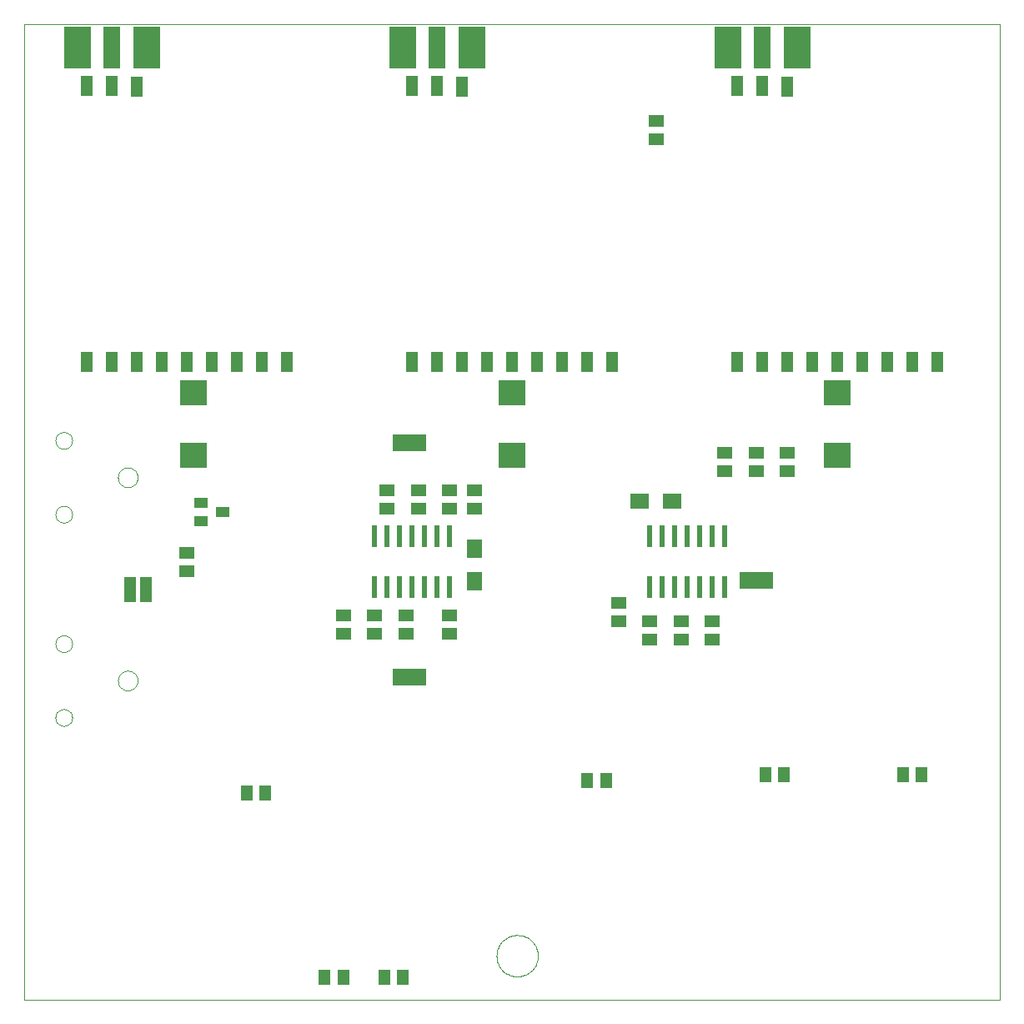
<source format=gtp>
G75*
%MOIN*%
%OFA0B0*%
%FSLAX24Y24*%
%IPPOS*%
%LPD*%
%AMOC8*
5,1,8,0,0,1.08239X$1,22.5*
%
%ADD10C,0.0000*%
%ADD11R,0.0236X0.0866*%
%ADD12R,0.0630X0.0748*%
%ADD13R,0.0630X0.0512*%
%ADD14R,0.1063X0.1004*%
%ADD15R,0.0512X0.0630*%
%ADD16R,0.0748X0.0630*%
%ADD17R,0.0512X0.0787*%
%ADD18R,0.1350X0.0700*%
%ADD19R,0.0700X0.1650*%
%ADD20R,0.1050X0.1650*%
%ADD21R,0.0500X0.1000*%
%ADD22R,0.0591X0.0512*%
%ADD23R,0.0512X0.0591*%
%ADD24R,0.0551X0.0394*%
D10*
X003644Y000150D02*
X003644Y039150D01*
X042644Y039150D01*
X042644Y000150D01*
X003644Y000150D01*
X004884Y011424D02*
X004886Y011460D01*
X004892Y011496D01*
X004902Y011531D01*
X004915Y011565D01*
X004932Y011597D01*
X004952Y011627D01*
X004976Y011654D01*
X005002Y011679D01*
X005031Y011701D01*
X005062Y011720D01*
X005095Y011735D01*
X005129Y011747D01*
X005165Y011755D01*
X005201Y011759D01*
X005237Y011759D01*
X005273Y011755D01*
X005309Y011747D01*
X005343Y011735D01*
X005376Y011720D01*
X005407Y011701D01*
X005436Y011679D01*
X005462Y011654D01*
X005486Y011627D01*
X005506Y011597D01*
X005523Y011565D01*
X005536Y011531D01*
X005546Y011496D01*
X005552Y011460D01*
X005554Y011424D01*
X005552Y011388D01*
X005546Y011352D01*
X005536Y011317D01*
X005523Y011283D01*
X005506Y011251D01*
X005486Y011221D01*
X005462Y011194D01*
X005436Y011169D01*
X005407Y011147D01*
X005376Y011128D01*
X005343Y011113D01*
X005309Y011101D01*
X005273Y011093D01*
X005237Y011089D01*
X005201Y011089D01*
X005165Y011093D01*
X005129Y011101D01*
X005095Y011113D01*
X005062Y011128D01*
X005031Y011147D01*
X005002Y011169D01*
X004976Y011194D01*
X004952Y011221D01*
X004932Y011251D01*
X004915Y011283D01*
X004902Y011317D01*
X004892Y011352D01*
X004886Y011388D01*
X004884Y011424D01*
X007384Y012900D02*
X007386Y012939D01*
X007392Y012978D01*
X007402Y013016D01*
X007415Y013053D01*
X007432Y013088D01*
X007452Y013122D01*
X007476Y013153D01*
X007503Y013182D01*
X007532Y013208D01*
X007564Y013231D01*
X007598Y013251D01*
X007634Y013267D01*
X007671Y013279D01*
X007710Y013288D01*
X007749Y013293D01*
X007788Y013294D01*
X007827Y013291D01*
X007866Y013284D01*
X007903Y013273D01*
X007940Y013259D01*
X007975Y013241D01*
X008008Y013220D01*
X008039Y013195D01*
X008067Y013168D01*
X008092Y013138D01*
X008114Y013105D01*
X008133Y013071D01*
X008148Y013035D01*
X008160Y012997D01*
X008168Y012959D01*
X008172Y012920D01*
X008172Y012880D01*
X008168Y012841D01*
X008160Y012803D01*
X008148Y012765D01*
X008133Y012729D01*
X008114Y012695D01*
X008092Y012662D01*
X008067Y012632D01*
X008039Y012605D01*
X008008Y012580D01*
X007975Y012559D01*
X007940Y012541D01*
X007903Y012527D01*
X007866Y012516D01*
X007827Y012509D01*
X007788Y012506D01*
X007749Y012507D01*
X007710Y012512D01*
X007671Y012521D01*
X007634Y012533D01*
X007598Y012549D01*
X007564Y012569D01*
X007532Y012592D01*
X007503Y012618D01*
X007476Y012647D01*
X007452Y012678D01*
X007432Y012712D01*
X007415Y012747D01*
X007402Y012784D01*
X007392Y012822D01*
X007386Y012861D01*
X007384Y012900D01*
X004884Y014376D02*
X004886Y014412D01*
X004892Y014448D01*
X004902Y014483D01*
X004915Y014517D01*
X004932Y014549D01*
X004952Y014579D01*
X004976Y014606D01*
X005002Y014631D01*
X005031Y014653D01*
X005062Y014672D01*
X005095Y014687D01*
X005129Y014699D01*
X005165Y014707D01*
X005201Y014711D01*
X005237Y014711D01*
X005273Y014707D01*
X005309Y014699D01*
X005343Y014687D01*
X005376Y014672D01*
X005407Y014653D01*
X005436Y014631D01*
X005462Y014606D01*
X005486Y014579D01*
X005506Y014549D01*
X005523Y014517D01*
X005536Y014483D01*
X005546Y014448D01*
X005552Y014412D01*
X005554Y014376D01*
X005552Y014340D01*
X005546Y014304D01*
X005536Y014269D01*
X005523Y014235D01*
X005506Y014203D01*
X005486Y014173D01*
X005462Y014146D01*
X005436Y014121D01*
X005407Y014099D01*
X005376Y014080D01*
X005343Y014065D01*
X005309Y014053D01*
X005273Y014045D01*
X005237Y014041D01*
X005201Y014041D01*
X005165Y014045D01*
X005129Y014053D01*
X005095Y014065D01*
X005062Y014080D01*
X005031Y014099D01*
X005002Y014121D01*
X004976Y014146D01*
X004952Y014173D01*
X004932Y014203D01*
X004915Y014235D01*
X004902Y014269D01*
X004892Y014304D01*
X004886Y014340D01*
X004884Y014376D01*
X004884Y019549D02*
X004886Y019585D01*
X004892Y019621D01*
X004902Y019656D01*
X004915Y019690D01*
X004932Y019722D01*
X004952Y019752D01*
X004976Y019779D01*
X005002Y019804D01*
X005031Y019826D01*
X005062Y019845D01*
X005095Y019860D01*
X005129Y019872D01*
X005165Y019880D01*
X005201Y019884D01*
X005237Y019884D01*
X005273Y019880D01*
X005309Y019872D01*
X005343Y019860D01*
X005376Y019845D01*
X005407Y019826D01*
X005436Y019804D01*
X005462Y019779D01*
X005486Y019752D01*
X005506Y019722D01*
X005523Y019690D01*
X005536Y019656D01*
X005546Y019621D01*
X005552Y019585D01*
X005554Y019549D01*
X005552Y019513D01*
X005546Y019477D01*
X005536Y019442D01*
X005523Y019408D01*
X005506Y019376D01*
X005486Y019346D01*
X005462Y019319D01*
X005436Y019294D01*
X005407Y019272D01*
X005376Y019253D01*
X005343Y019238D01*
X005309Y019226D01*
X005273Y019218D01*
X005237Y019214D01*
X005201Y019214D01*
X005165Y019218D01*
X005129Y019226D01*
X005095Y019238D01*
X005062Y019253D01*
X005031Y019272D01*
X005002Y019294D01*
X004976Y019319D01*
X004952Y019346D01*
X004932Y019376D01*
X004915Y019408D01*
X004902Y019442D01*
X004892Y019477D01*
X004886Y019513D01*
X004884Y019549D01*
X007384Y021025D02*
X007386Y021064D01*
X007392Y021103D01*
X007402Y021141D01*
X007415Y021178D01*
X007432Y021213D01*
X007452Y021247D01*
X007476Y021278D01*
X007503Y021307D01*
X007532Y021333D01*
X007564Y021356D01*
X007598Y021376D01*
X007634Y021392D01*
X007671Y021404D01*
X007710Y021413D01*
X007749Y021418D01*
X007788Y021419D01*
X007827Y021416D01*
X007866Y021409D01*
X007903Y021398D01*
X007940Y021384D01*
X007975Y021366D01*
X008008Y021345D01*
X008039Y021320D01*
X008067Y021293D01*
X008092Y021263D01*
X008114Y021230D01*
X008133Y021196D01*
X008148Y021160D01*
X008160Y021122D01*
X008168Y021084D01*
X008172Y021045D01*
X008172Y021005D01*
X008168Y020966D01*
X008160Y020928D01*
X008148Y020890D01*
X008133Y020854D01*
X008114Y020820D01*
X008092Y020787D01*
X008067Y020757D01*
X008039Y020730D01*
X008008Y020705D01*
X007975Y020684D01*
X007940Y020666D01*
X007903Y020652D01*
X007866Y020641D01*
X007827Y020634D01*
X007788Y020631D01*
X007749Y020632D01*
X007710Y020637D01*
X007671Y020646D01*
X007634Y020658D01*
X007598Y020674D01*
X007564Y020694D01*
X007532Y020717D01*
X007503Y020743D01*
X007476Y020772D01*
X007452Y020803D01*
X007432Y020837D01*
X007415Y020872D01*
X007402Y020909D01*
X007392Y020947D01*
X007386Y020986D01*
X007384Y021025D01*
X004884Y022501D02*
X004886Y022537D01*
X004892Y022573D01*
X004902Y022608D01*
X004915Y022642D01*
X004932Y022674D01*
X004952Y022704D01*
X004976Y022731D01*
X005002Y022756D01*
X005031Y022778D01*
X005062Y022797D01*
X005095Y022812D01*
X005129Y022824D01*
X005165Y022832D01*
X005201Y022836D01*
X005237Y022836D01*
X005273Y022832D01*
X005309Y022824D01*
X005343Y022812D01*
X005376Y022797D01*
X005407Y022778D01*
X005436Y022756D01*
X005462Y022731D01*
X005486Y022704D01*
X005506Y022674D01*
X005523Y022642D01*
X005536Y022608D01*
X005546Y022573D01*
X005552Y022537D01*
X005554Y022501D01*
X005552Y022465D01*
X005546Y022429D01*
X005536Y022394D01*
X005523Y022360D01*
X005506Y022328D01*
X005486Y022298D01*
X005462Y022271D01*
X005436Y022246D01*
X005407Y022224D01*
X005376Y022205D01*
X005343Y022190D01*
X005309Y022178D01*
X005273Y022170D01*
X005237Y022166D01*
X005201Y022166D01*
X005165Y022170D01*
X005129Y022178D01*
X005095Y022190D01*
X005062Y022205D01*
X005031Y022224D01*
X005002Y022246D01*
X004976Y022271D01*
X004952Y022298D01*
X004932Y022328D01*
X004915Y022360D01*
X004902Y022394D01*
X004892Y022429D01*
X004886Y022465D01*
X004884Y022501D01*
X022517Y001900D02*
X022519Y001957D01*
X022525Y002014D01*
X022535Y002070D01*
X022548Y002126D01*
X022566Y002180D01*
X022587Y002233D01*
X022612Y002284D01*
X022640Y002334D01*
X022672Y002381D01*
X022706Y002427D01*
X022744Y002469D01*
X022785Y002509D01*
X022828Y002547D01*
X022874Y002581D01*
X022922Y002611D01*
X022972Y002639D01*
X023024Y002663D01*
X023078Y002683D01*
X023132Y002699D01*
X023188Y002712D01*
X023244Y002721D01*
X023301Y002726D01*
X023358Y002727D01*
X023415Y002724D01*
X023472Y002717D01*
X023528Y002706D01*
X023583Y002692D01*
X023637Y002673D01*
X023690Y002651D01*
X023741Y002626D01*
X023790Y002596D01*
X023837Y002564D01*
X023882Y002528D01*
X023924Y002490D01*
X023963Y002448D01*
X023999Y002404D01*
X024033Y002358D01*
X024063Y002309D01*
X024089Y002259D01*
X024112Y002207D01*
X024131Y002153D01*
X024147Y002098D01*
X024159Y002042D01*
X024167Y001985D01*
X024171Y001929D01*
X024171Y001871D01*
X024167Y001815D01*
X024159Y001758D01*
X024147Y001702D01*
X024131Y001647D01*
X024112Y001593D01*
X024089Y001541D01*
X024063Y001491D01*
X024033Y001442D01*
X023999Y001396D01*
X023963Y001352D01*
X023924Y001310D01*
X023882Y001272D01*
X023837Y001236D01*
X023790Y001204D01*
X023741Y001174D01*
X023690Y001149D01*
X023637Y001127D01*
X023583Y001108D01*
X023528Y001094D01*
X023472Y001083D01*
X023415Y001076D01*
X023358Y001073D01*
X023301Y001074D01*
X023244Y001079D01*
X023188Y001088D01*
X023132Y001101D01*
X023078Y001117D01*
X023024Y001137D01*
X022972Y001161D01*
X022922Y001189D01*
X022874Y001219D01*
X022828Y001253D01*
X022785Y001291D01*
X022744Y001331D01*
X022706Y001373D01*
X022672Y001419D01*
X022640Y001466D01*
X022612Y001516D01*
X022587Y001567D01*
X022566Y001620D01*
X022548Y001674D01*
X022535Y001730D01*
X022525Y001786D01*
X022519Y001843D01*
X022517Y001900D01*
D11*
X020644Y016626D03*
X020144Y016626D03*
X019644Y016626D03*
X019144Y016626D03*
X018644Y016626D03*
X018144Y016626D03*
X017644Y016626D03*
X017644Y018674D03*
X018144Y018674D03*
X018644Y018674D03*
X019144Y018674D03*
X019644Y018674D03*
X020144Y018674D03*
X020644Y018674D03*
X028644Y018674D03*
X029144Y018674D03*
X029644Y018674D03*
X030144Y018674D03*
X030644Y018674D03*
X031144Y018674D03*
X031644Y018674D03*
X031644Y016626D03*
X031144Y016626D03*
X030644Y016626D03*
X030144Y016626D03*
X029644Y016626D03*
X029144Y016626D03*
X028644Y016626D03*
D12*
X021644Y016875D03*
X021644Y018175D03*
D13*
X020644Y019776D03*
X020644Y020524D03*
X019394Y020524D03*
X019394Y019776D03*
X018144Y019776D03*
X018144Y020524D03*
X017644Y015524D03*
X017644Y014776D03*
X018894Y014776D03*
X018894Y015524D03*
X020644Y015524D03*
X020644Y014776D03*
X028644Y014526D03*
X028644Y015274D03*
X029894Y015274D03*
X029894Y014526D03*
X031144Y014526D03*
X031144Y015274D03*
X031644Y021276D03*
X031644Y022024D03*
X032894Y022024D03*
X032894Y021276D03*
X034144Y021276D03*
X034144Y022024D03*
X028894Y034526D03*
X028894Y035274D03*
X010144Y018024D03*
X010144Y017276D03*
D14*
X010394Y021902D03*
X010394Y024398D03*
X023144Y024398D03*
X023144Y021902D03*
X036144Y021902D03*
X036144Y024398D03*
D15*
X034018Y009150D03*
X033270Y009150D03*
X026893Y008900D03*
X026145Y008900D03*
X018768Y001025D03*
X018020Y001025D03*
X016393Y001025D03*
X015645Y001025D03*
X013268Y008400D03*
X012520Y008400D03*
D16*
X028219Y020075D03*
X029519Y020075D03*
D17*
X027144Y025638D03*
X026144Y025638D03*
X025144Y025638D03*
X024144Y025638D03*
X023144Y025638D03*
X022144Y025638D03*
X021144Y025638D03*
X020144Y025638D03*
X019144Y025638D03*
X014144Y025638D03*
X013144Y025638D03*
X012144Y025638D03*
X011144Y025638D03*
X010144Y025638D03*
X009144Y025638D03*
X008144Y025638D03*
X007144Y025638D03*
X006144Y025638D03*
X006144Y036662D03*
X007144Y036662D03*
X008144Y036650D03*
X019144Y036662D03*
X020144Y036662D03*
X021144Y036650D03*
X032144Y036662D03*
X033144Y036662D03*
X034144Y036650D03*
X034144Y025638D03*
X035144Y025638D03*
X036144Y025638D03*
X037144Y025638D03*
X038144Y025638D03*
X039144Y025638D03*
X040144Y025638D03*
X033144Y025638D03*
X032144Y025638D03*
D18*
X032894Y016900D03*
X019019Y013025D03*
X019019Y022400D03*
D19*
X020144Y038222D03*
X033144Y038222D03*
X007144Y038222D03*
D20*
X008520Y038222D03*
X005768Y038222D03*
X018768Y038222D03*
X021520Y038222D03*
X031768Y038222D03*
X034520Y038222D03*
D21*
X008514Y016525D03*
X007874Y016530D03*
D22*
X016394Y015524D03*
X016394Y014776D03*
X021644Y019776D03*
X021644Y020524D03*
X027394Y016024D03*
X027394Y015276D03*
D23*
X038770Y009150D03*
X039518Y009150D03*
D24*
X011577Y019650D03*
X010711Y019276D03*
X010711Y020024D03*
M02*

</source>
